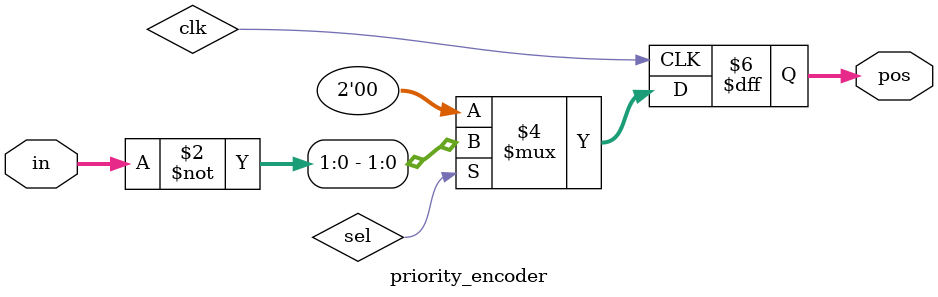
<source format=v>
module priority_encoder( 
input [2:0] in,
output reg [1:0] pos ); 
// When sel=1, assign b to out
  always @(posedge clk) begin
    if (sel) begin
      pos <= ~in;
    end else begin
      pos <= 1'b0;
    end
  end
endmodule

</source>
